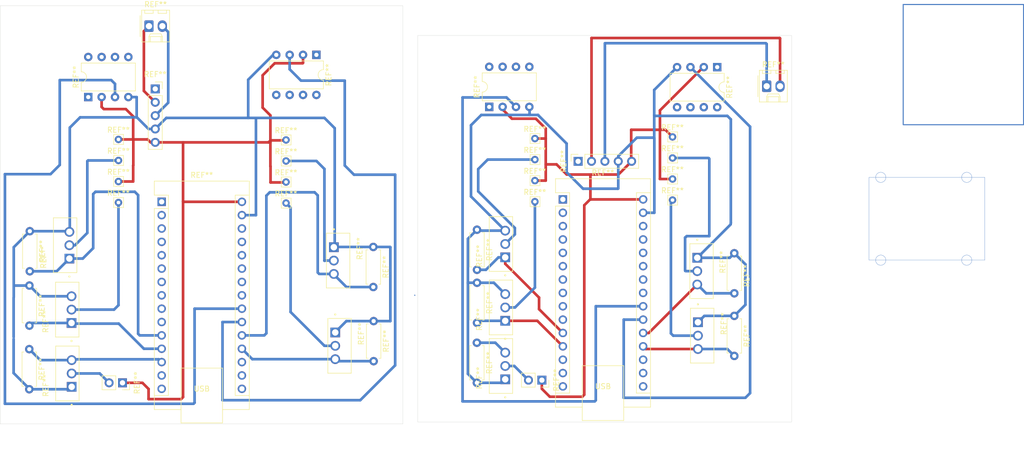
<source format=kicad_pcb>
(kicad_pcb (version 20240108) (generator "pcbnew") (generator_version "8.0")
  (layers (0 "F.Cu" signal) (31 "B.Cu" signal) (34 "B.Paste" user) (35 "F.Paste" user) (36 "B.SilkS" user "B.Silkscreen") (37 "F.SilkS" user "F.Silkscreen") (38 "B.Mask" user) (39 "F.Mask" user) (44 "Edge.Cuts" user))
  (net 0 "")
  (footprint "footprints:TO254P1041X444X1930-3" (layer "F.Cu") (at 123.5047 77.978 -90)
    (property "Reference" "REF**")
    (property "Value" "TO254P1041X444X1930-3")
  )
  (footprint "Connector_Pin:Pin_D0.7mm_L6.5mm_W1.8mm_FlatFork" (layer "F.Cu") (at 160.8824 62.7746 180)
    (property "Reference" "REF**")
    (property "Value" "Pin_D0.7mm_L6.5mm_W1.8mm_FlatFork")
  )
  (footprint "footprints:TO254P1041X444X1930-3" (layer "F.Cu") (at 154.4336 86.8914 90)
    (property "Reference" "REF**")
    (property "Value" "TO254P1041X444X1930-3")
  )
  (footprint "Resistor_THT:R_Axial_DIN0207_L6.3mm_D2.5mm_P7.62mm_Horizontal" (layer "F.Cu") (at 130.1877 75.3872 -90)
    (property "Reference" "REF**")
    (property "Value" "R_Axial_DIN0207_L6.3mm_D2.5mm_P7.62mm_Horizontal")
  )
  (footprint "footprints:TO254P1041X444X1930-3" (layer "F.Cu") (at 192.528 79.9826 -90)
    (property "Reference" "REF**")
    (property "Value" "TO254P1041X444X1930-3")
  )
  (footprint "Connector_Pin:Pin_D0.7mm_L6.5mm_W1.8mm_FlatFork" (layer "F.Cu") (at 113.6142 55.0428 180)
    (property "Reference" "REF**")
    (property "Value" "Pin_D0.7mm_L6.5mm_W1.8mm_FlatFork")
  )
  (footprint "Resistor_THT:R_Axial_DIN0207_L6.3mm_D2.5mm_P7.62mm_Horizontal" (layer "F.Cu") (at 64.9478 72.39 -90)
    (property "Reference" "REF**")
    (property "Value" "R_Axial_DIN0207_L6.3mm_D2.5mm_P7.62mm_Horizontal")
  )
  (footprint "Module:Arduino_Nano" (layer "F.Cu") (at 89.9922 66.802)
    (property "Reference" "REF**")
    (property "Value" "Arduino_Nano")
  )
  (footprint "Resistor_THT:R_Axial_DIN0207_L6.3mm_D2.5mm_P7.62mm_Horizontal" (layer "F.Cu") (at 149.8842 82.1924 -90)
    (property "Reference" "REF**")
    (property "Value" "R_Axial_DIN0207_L6.3mm_D2.5mm_P7.62mm_Horizontal")
  )
  (footprint "footprints:TO254P1041X444X1930-3" (layer "F.Cu") (at 154.4336 74.8264 90)
    (property "Reference" "REF**")
    (property "Value" "TO254P1041X444X1930-3")
  )
  (footprint "Connector_PinSocket_2.54mm:PinSocket_1x02_P2.54mm_Vertical" (layer "F.Cu") (at 82.55 101.219 -90)
    (property "Reference" "REF**")
    (property "Value" "PinSocket_1x02_P2.54mm_Vertical")
  )
  (footprint "footprints:TO254P1041X444X1930-3" (layer "F.Cu") (at 71.6562 75.057 90)
    (property "Reference" "REF**")
    (property "Value" "TO254P1041X444X1930-3")
  )
  (footprint "Resistor_THT:R_Axial_DIN0207_L6.3mm_D2.5mm_P7.62mm_Horizontal" (layer "F.Cu") (at 130.2512 89.4842 -90)
    (property "Reference" "REF**")
    (property "Value" "R_Axial_DIN0207_L6.3mm_D2.5mm_P7.62mm_Horizontal")
  )
  (footprint "Connector_Pin:Pin_D0.7mm_L6.5mm_W1.8mm_FlatFork" (layer "F.Cu") (at 160.8824 54.7746 180)
    (property "Reference" "REF**")
    (property "Value" "Pin_D0.7mm_L6.5mm_W1.8mm_FlatFork")
  )
  (footprint "Connector_Pin:Pin_D0.7mm_L6.5mm_W1.8mm_FlatFork" (layer "F.Cu") (at 81.788 54.9412 180)
    (property "Reference" "REF**")
    (property "Value" "Pin_D0.7mm_L6.5mm_W1.8mm_FlatFork")
  )
  (footprint "Connector_Pin:Pin_D0.7mm_L6.5mm_W1.8mm_FlatFork" (layer "F.Cu") (at 187.019 58.4698 180)
    (property "Reference" "REF**")
    (property "Value" "Pin_D0.7mm_L6.5mm_W1.8mm_FlatFork")
  )
  (footprint "Resistor_THT:R_Axial_DIN0207_L6.3mm_D2.5mm_P7.62mm_Horizontal" (layer "F.Cu") (at 149.8588 93.597 -90)
    (property "Reference" "REF**")
    (property "Value" "R_Axial_DIN0207_L6.3mm_D2.5mm_P7.62mm_Horizontal")
  )
  (footprint "Connector_Pin:Pin_D0.7mm_L6.5mm_W1.8mm_FlatFork" (layer "F.Cu") (at 187.019 62.4698 180)
    (property "Reference" "REF**")
    (property "Value" "Pin_D0.7mm_L6.5mm_W1.8mm_FlatFork")
  )
  (footprint "Connector_Pin:Pin_D0.7mm_L6.5mm_W1.8mm_FlatFork" (layer "F.Cu") (at 160.8824 58.7746 180)
    (property "Reference" "REF**")
    (property "Value" "Pin_D0.7mm_L6.5mm_W1.8mm_FlatFork")
  )
  (footprint "footprints:TO254P1041X444X1930-3" (layer "F.Cu") (at 72.0626 87.2998 90)
    (property "Reference" "REF**")
    (property "Value" "TO254P1041X444X1930-3")
  )
  (footprint "footprints:TO254P1041X444X1930-3" (layer "F.Cu") (at 72.088 99.441 90)
    (property "Reference" "REF**")
    (property "Value" "TO254P1041X444X1930-3")
  )
  (footprint "Connector_PinSocket_2.54mm:PinSocket_1x02_P2.54mm_Vertical" (layer "F.Cu") (at 162.2032 100.709 -90)
    (property "Reference" "REF**")
    (property "Value" "PinSocket_1x02_P2.54mm_Vertical")
  )
  (footprint "Connector_Pin:Pin_D0.7mm_L6.5mm_W1.8mm_FlatFork" (layer "F.Cu") (at 113.6142 63.0428 180)
    (property "Reference" "REF**")
    (property "Value" "Pin_D0.7mm_L6.5mm_W1.8mm_FlatFork")
  )
  (footprint "footprints:TO254P1041X444X1930-3" (layer "F.Cu") (at 154.4336 98.0166 90)
    (property "Reference" "REF**")
    (property "Value" "TO254P1041X444X1930-3")
  )
  (footprint "Module:Arduino_Nano" (layer "F.Cu") (at 166.1934 66.3448)
    (property "Reference" "REF**")
    (property "Value" "Arduino_Nano")
  )
  (footprint "Package_DIP:DIP-8_W7.62mm" (layer "F.Cu") (at 195.5026 41.1968 -90)
    (property "Reference" "REF**")
    (property "Value" "DIP-8_W7.62mm")
  )
  (footprint "footprints:TO254P1041X444X1930-3" (layer "F.Cu") (at 192.655 92.2508 -90)
    (property "Reference" "REF**")
    (property "Value" "TO254P1041X444X1930-3")
  )
  (footprint "Resistor_THT:R_Axial_DIN0207_L6.3mm_D2.5mm_P7.62mm_Horizontal" (layer "F.Cu") (at 64.8716 82.7278 -90)
    (property "Reference" "REF**")
    (property "Value" "R_Axial_DIN0207_L6.3mm_D2.5mm_P7.62mm_Horizontal")
  )
  (footprint "Package_DIP:DIP-8_W7.62mm" (layer "F.Cu") (at 152.2056 48.756 90)
    (property "Reference" "REF**")
    (property "Value" "DIP-8_W7.62mm")
  )
  (footprint "Package_DIP:DIP-8_W7.62mm" (layer "F.Cu") (at 119.38 38.862 -90)
    (property "Reference" "REF**")
    (property "Value" "DIP-8_W7.62mm")
  )
  (footprint "Resistor_THT:R_Axial_DIN0207_L6.3mm_D2.5mm_P7.62mm_Horizontal" (layer "F.Cu") (at 198.7538 88.4916 -90)
    (property "Reference" "REF**")
    (property "Value" "R_Axial_DIN0207_L6.3mm_D2.5mm_P7.62mm_Horizontal")
  )
  (footprint "Connector_Pin:Pin_D0.7mm_L6.5mm_W1.8mm_FlatFork" (layer "F.Cu") (at 113.6142 59.0428 180)
    (property "Reference" "REF**")
    (property "Value" "Pin_D0.7mm_L6.5mm_W1.8mm_FlatFork")
  )
  (footprint "Connector_Molex:Molex_KK-254_AE-6410-02A_1x02_P2.54mm_Vertical" (layer "F.Cu") (at 87.5792 33.401)
    (property "Reference" "REF**")
    (property "Value" "Molex_KK-254_AE-6410-02A_1x02_P2.54mm_Vertical")
  )
  (footprint "Connector_PinSocket_2.54mm:PinSocket_1x05_P2.54mm_Vertical" (layer "F.Cu") (at 88.773 45.339)
    (property "Reference" "REF**")
    (property "Value" "PinSocket_1x05_P2.54mm_Vertical" (hide yes))
  )
  (footprint "Connector_Pin:Pin_D0.7mm_L6.5mm_W1.8mm_FlatFork" (layer "F.Cu") (at 81.788 66.9412 180)
    (property "Reference" "REF**")
    (property "Value" "Pin_D0.7mm_L6.5mm_W1.8mm_FlatFork")
  )
  (footprint "Connector_Pin:Pin_D0.7mm_L6.5mm_W1.8mm_FlatFork" (layer "F.Cu") (at 113.6142 67.0428 180)
    (property "Reference" "REF**")
    (property "Value" "Pin_D0.7mm_L6.5mm_W1.8mm_FlatFork")
  )
  (footprint "Connector_Pin:Pin_D0.7mm_L6.5mm_W1.8mm_FlatFork" (layer "F.Cu") (at 81.788 62.9412 180)
    (property "Reference" "REF**")
    (property "Value" "Pin_D0.7mm_L6.5mm_W1.8mm_FlatFork")
  )
  (footprint "Resistor_THT:R_Axial_DIN0207_L6.3mm_D2.5mm_P7.62mm_Horizontal" (layer "F.Cu") (at 149.8842 72.1086 -90)
    (property "Reference" "REF**")
    (property "Value" "R_Axial_DIN0207_L6.3mm_D2.5mm_P7.62mm_Horizontal")
  )
  (footprint "Connector_PinSocket_2.54mm:PinSocket_1x05_P2.54mm_Vertical" (layer "F.Cu") (at 169.0912 59.1042 90)
    (property "Reference" "REF**")
    (property "Value" "PinSocket_1x05_P2.54mm_Vertical" (hide yes))
  )
  (footprint "Resistor_THT:R_Axial_DIN0207_L6.3mm_D2.5mm_P7.62mm_Horizontal" (layer "F.Cu") (at 64.8462 94.8182 -90)
    (property "Reference" "REF**")
    (property "Value" "R_Axial_DIN0207_L6.3mm_D2.5mm_P7.62mm_Horizontal")
  )
  (footprint "Connector_Pin:Pin_D0.7mm_L6.5mm_W1.8mm_FlatFork" (layer "F.Cu") (at 81.788 58.9412 180)
    (property "Reference" "REF**")
    (property "Value" "Pin_D0.7mm_L6.5mm_W1.8mm_FlatFork")
  )
  (footprint "Connector_Pin:Pin_D0.7mm_L6.5mm_W1.8mm_FlatFork" (layer "F.Cu") (at 187.019 66.4698 180)
    (property "Reference" "REF**")
    (property "Value" "Pin_D0.7mm_L6.5mm_W1.8mm_FlatFork")
  )
  (footprint "Package_DIP:DIP-8_W7.62mm" (layer "F.Cu") (at 76.0476 46.8884 90)
    (property "Reference" "REF**")
    (property "Value" "DIP-8_W7.62mm")
  )
  (footprint "Connector_Pin:Pin_D0.7mm_L6.5mm_W1.8mm_FlatFork" (layer "F.Cu") (at 187.019 54.4698 180)
    (property "Reference" "REF**")
    (property "Value" "Pin_D0.7mm_L6.5mm_W1.8mm_FlatFork")
  )
  (footprint "Connector_Molex:Molex_KK-254_AE-6410-02A_1x02_P2.54mm_Vertical" (layer "F.Cu") (at 204.9006 44.829)
    (property "Reference" "REF**")
    (property "Value" "Molex_KK-254_AE-6410-02A_1x02_P2.54mm_Vertical")
  )
  (footprint "Resistor_THT:R_Axial_DIN0207_L6.3mm_D2.5mm_P7.62mm_Horizontal" (layer "F.Cu") (at 198.7538 76.579 -90)
    (property "Reference" "REF**")
    (property "Value" "R_Axial_DIN0207_L6.3mm_D2.5mm_P7.62mm_Horizontal")
  )
  (footprint "Connector_Pin:Pin_D0.7mm_L6.5mm_W1.8mm_FlatFork" (layer "F.Cu") (at 160.8824 66.7746 180)
    (property "Reference" "REF**")
    (property "Value" "Pin_D0.7mm_L6.5mm_W1.8mm_FlatFork")
  )
  (footprint "footprints:TO254P1041X444X1930-3" (layer "F.Cu") (at 123.7714 94.1832 -90)
    (property "Reference" "REF**")
    (property "Value" "TO254P1041X444X1930-3")
  )
  (gr_rect (start 230.8352 29.2862) (end 253.6952 52.1462) (stroke (width 0.2)) (fill none) (layer "B.Cu"))
  (gr_rect (start 224.3328 62.1538) (end 246.3328 77.8938) (stroke (width 0.05)) (fill none) (layer "B.Cu"))
  (gr_circle (center 242.9002 77.9018) (end 241.9302 77.9018) (stroke (width 0.05)) (fill none) (layer "B.Cu"))
  (gr_circle (center 226.568 62.1538) (end 225.598 62.1538) (stroke (width 0.05)) (fill none) (layer "B.Cu"))
  (gr_circle (center 226.568 77.9018) (end 225.598 77.9018) (stroke (width 0.05)) (fill none) (layer "B.Cu"))
  (gr_circle (center 242.9002 62.1538) (end 241.9302 62.1538) (stroke (width 0.05)) (fill none) (layer "B.Cu"))
  (gr_rect (start 138.632 35.178) (end 209.632 108.678) (stroke (width 0.05)) (fill none) (layer "Edge.Cuts"))
  (gr_rect (start 59.3114 29.5402) (end 135.8114 109.0402) (stroke (width 0.05)) (fill none) (layer "Edge.Cuts"))
  (segment (start 81.788 62.9412) (end 84.582 62.9412) (width 0.5) (layer "F.Cu") (net 0))
  (segment (start 116.84 40.386) (end 116.84 38.862) (width 0.5) (layer "F.Cu") (net 0))
  (segment (start 93.6752 104.3178) (end 94.0562 103.9368) (width 0.5) (layer "F.Cu") (net 0))
  (segment (start 86.335 101.219) (end 87.503 102.387) (width 0.5) (layer "F.Cu") (net 0))
  (segment (start 207.4406 35.7358) (end 207.4406 44.829) (width 0.5) (layer "F.Cu") (net 0))
  (segment (start 154.7888 48.3108) (end 155.1952 48.7172) (width 0.5) (layer "F.Cu") (net 0))
  (segment (start 110.6678 63.119) (end 113.4618 63.119) (width 0.5) (layer "F.Cu") (net 0))
  (segment (start 78.5876 46.8884) (end 78.5876 48.768) (width 0.5) (layer "F.Cu") (net 0))
  (segment (start 154.7456 49.2332) (end 154.7456 48.756) (width 0.5) (layer "F.Cu") (net 0))
  (segment (start 109.1692 42.7482) (end 111.4552 40.4622) (width 0.5) (layer "F.Cu") (net 0))
  (segment (start 110.617 55.499) (end 110.6424 55.4736) (width 0.5) (layer "F.Cu") (net 0))
  (segment (start 86.614 34.3662) (end 87.5792 33.401) (width 0.5) (layer "F.Cu") (net 0))
  (segment (start 161.6698 87.2212) (end 166.1934 91.7448) (width 0.5) (layer "F.Cu") (net 0))
  (segment (start 162.9398 59.688) (end 162.9398 62.7746) (width 0.5) (layer "F.Cu") (net 0))
  (segment (start 162.9398 59.688) (end 164.9972 59.688) (width 0.5) (layer "F.Cu") (net 0))
  (segment (start 182.4958 91.7448) (end 181.4334 91.7448) (width 0.5) (layer "F.Cu") (net 0))
  (segment (start 87.3252 54.9402) (end 87.884 55.499) (width 0.5) (layer "F.Cu") (net 0))
  (segment (start 110.6424 50.3682) (end 109.1692 48.895) (width 0.5) (layer "F.Cu") (net 0))
  (segment (start 191.718 82.5226) (end 182.4958 91.7448) (width 0.5) (layer "F.Cu") (net 0))
  (segment (start 169.8764 103.8606) (end 170.2574 103.4796) (width 0.5) (layer "F.Cu") (net 0))
  (segment (start 171.6312 35.6596) (end 207.3644 35.6596) (width 0.5) (layer "F.Cu") (net 0))
  (segment (start 191.339 94.2848) (end 191.845 94.7908) (width 0.5) (layer "F.Cu") (net 0))
  (segment (start 87.503 104.3178) (end 93.6752 104.3178) (width 0.5) (layer "F.Cu") (net 0))
  (segment (start 111.4552 40.4622) (end 116.7638 40.4622) (width 0.5) (layer "F.Cu") (net 0))
  (segment (start 110.6424 60.0456) (end 110.6424 50.3682) (width 0.5) (layer "F.Cu") (net 0))
  (segment (start 185.6586 53.1094) (end 184.6314 53.1094) (width 0.5) (layer "F.Cu") (net 0))
  (segment (start 105.2322 66.802) (end 94.1324 66.802) (width 0.5) (layer "F.Cu") (net 0))
  (segment (start 113.4618 55.119) (end 110.6688 55.119) (width 0.5) (layer "F.Cu") (net 0))
  (segment (start 162.2032 102.3596) (end 162.2032 100.709) (width 0.5) (layer "F.Cu") (net 0))
  (segment (start 181.4334 66.3448) (end 171.4762 66.3448) (width 0.5) (layer "F.Cu") (net 0))
  (segment (start 184.6446 62.4698) (end 184.6314 62.4566) (width 0.5) (layer "F.Cu") (net 0))
  (segment (start 184.6314 62.4566) (end 184.6314 53.1094) (width 0.5) (layer "F.Cu") (net 0))
  (segment (start 166.9276 61.6184) (end 176.737 61.6184) (width 0.5) (layer "F.Cu") (net 0))
  (segment (start 171.4762 66.3448) (end 171.4234 66.292) (width 0.5) (layer "F.Cu") (net 0))
  (segment (start 187.019 54.4698) (end 185.6586 53.1094) (width 0.5) (layer "F.Cu") (net 0))
  (segment (start 207.3644 35.6596) (end 207.4406 35.7358) (width 0.5) (layer "F.Cu") (net 0))
  (segment (start 163.7042 103.8606) (end 169.8764 103.8606) (width 0.5) (layer "F.Cu") (net 0))
  (segment (start 84.581 54.9412) (end 84.6074 54.9676) (width 0.5) (layer "F.Cu") (net 0))
  (segment (start 163.7042 103.8606) (end 162.2032 102.3596) (width 0.5) (layer "F.Cu") (net 0))
  (segment (start 82.55 101.219) (end 86.335 101.219) (width 0.5) (layer "F.Cu") (net 0))
  (segment (start 162.9398 52.8808) (end 161.0602 51.0012) (width 0.5) (layer "F.Cu") (net 0))
  (segment (start 87.884 55.499) (end 110.2888 55.499) (width 0.5) (layer "F.Cu") (net 0))
  (segment (start 160.8824 54.7746) (end 162.9398 54.7746) (width 0.5) (layer "F.Cu") (net 0))
  (segment (start 83.185 49.1744) (end 84.581 50.5704) (width 0.5) (layer "F.Cu") (net 0))
  (segment (start 171.6312 59.1042) (end 171.6312 35.6596) (width 0.5) (layer "F.Cu") (net 0))
  (segment (start 162.9398 54.7746) (end 162.9398 59.688) (width 0.5) (layer "F.Cu") (net 0))
  (segment (start 187.019 62.4698) (end 184.6446 62.4698) (width 0.5) (layer "F.Cu") (net 0))
  (segment (start 171.6312 58.702) (end 171.6312 59.1042) (width 0.5) (layer "F.Cu") (net 0))
  (segment (start 78.5876 48.768) (end 78.994 49.1744) (width 0.5) (layer "F.Cu") (net 0))
  (segment (start 184.6314 53.1094) (end 179.1704 53.1094) (width 0.5) (layer "F.Cu") (net 0))
  (segment (start 162.9398 62.7746) (end 160.8824 62.7746) (width 0.5) (layer "F.Cu") (net 0))
  (segment (start 161.34 89.4314) (end 166.1934 94.2848) (width 0.5) (layer "F.Cu") (net 0))
  (segment (start 81.788 54.9412) (end 87.3242 54.9412) (width 0.5) (layer "F.Cu") (net 0))
  (segment (start 164.9972 59.688) (end 166.9276 61.6184) (width 0.5) (layer "F.Cu") (net 0))
  (segment (start 94.1324 66.802) (end 94.0562 66.7258) (width 0.5) (layer "F.Cu") (net 0))
  (segment (start 187.019 54.4698) (end 186.7142 54.165) (width 0.5) (layer "F.Cu") (net 0))
  (segment (start 109.1692 48.895) (end 109.1692 42.7482) (width 0.5) (layer "F.Cu") (net 0))
  (segment (start 176.737 61.6184) (end 179.2512 59.1042) (width 0.5) (layer "F.Cu") (net 0))
  (segment (start 162.9398 54.7746) (end 162.9398 52.8808) (width 0.5) (layer "F.Cu") (net 0))
  (segment (start 161.0602 51.0012) (end 156.5136 51.0012) (width 0.5) (layer "F.Cu") (net 0))
  (segment (start 179.1704 59.0234) (end 179.2512 59.1042) (width 0.5) (layer "F.Cu") (net 0))
  (segment (start 184.6314 53.1094) (end 184.6314 49.4264) (width 0.5) (layer "F.Cu") (net 0))
  (segment (start 161.6698 85.0118) (end 161.6698 87.2212) (width 0.5) (layer "F.Cu") (net 0))
  (segment (start 87.3242 54.9412) (end 87.3252 54.9402) (width 0.5) (layer "F.Cu") (net 0))
  (segment (start 110.6688 55.119) (end 110.2888 55.499) (width 0.5) (layer "F.Cu") (net 0))
  (segment (start 171.4234 66.292) (end 171.4234 61.6184) (width 0.5) (layer "F.Cu") (net 0))
  (segment (start 170.2574 103.4796) (end 170.2574 67.458) (width 0.5) (layer "F.Cu") (net 0))
  (segment (start 87.503 102.387) (end 87.503 104.3178) (width 0.5) (layer "F.Cu") (net 0))
  (segment (start 184.6314 49.4264) (end 192.861 41.1968) (width 0.5) (layer "F.Cu") (net 0))
  (segment (start 170.2574 67.458) (end 171.4234 66.292) (width 0.5) (layer "F.Cu") (net 0))
  (segment (start 84.6074 59.8678) (end 84.582 59.8932) (width 0.5) (layer "F.Cu") (net 0))
  (segment (start 94.0562 103.9368) (end 94.0562 55.5244) (width 0.5) (layer "F.Cu") (net 0))
  (segment (start 155.2436 77.3664) (end 155.2436 78.5856) (width 0.5) (layer "F.Cu") (net 0))
  (segment (start 84.582 59.8932) (end 84.582 62.9412) (width 0.5) (layer "F.Cu") (net 0))
  (segment (start 116.7638 40.4622) (end 116.84 40.386) (width 0.5) (layer "F.Cu") (net 0))
  (segment (start 191.845 94.7908) (end 181.9394 94.7908) (width 0.5) (layer "F.Cu") (net 0))
  (segment (start 86.614 45.72) (end 86.614 34.3662) (width 0.5) (layer "F.Cu") (net 0))
  (segment (start 155.2436 78.5856) (end 161.6698 85.0118) (width 0.5) (layer "F.Cu") (net 0))
  (segment (start 78.994 49.1744) (end 83.185 49.1744) (width 0.5) (layer "F.Cu") (net 0))
  (segment (start 155.2436 89.4314) (end 161.34 89.4314) (width 0.5) (layer "F.Cu") (net 0))
  (segment (start 110.6678 60.071) (end 110.6678 63.119) (width 0.5) (layer "F.Cu") (net 0))
  (segment (start 84.6074 54.9676) (end 84.6074 59.8678) (width 0.5) (layer "F.Cu") (net 0))
  (segment (start 181.9394 94.7908) (end 181.4334 94.2848) (width 0.5) (layer "F.Cu") (net 0))
  (segment (start 179.1704 53.1094) (end 179.1704 59.0234) (width 0.5) (layer "F.Cu") (net 0))
  (segment (start 88.773 47.879) (end 86.614 45.72) (width 0.5) (layer "F.Cu") (net 0))
  (segment (start 84.581 50.5704) (end 84.581 54.9412) (width 0.5) (layer "F.Cu") (net 0))
  (segment (start 160.7822 54.484) (end 160.8086 54.5104) (width 0.5) (layer "F.Cu") (net 0))
  (segment (start 156.5136 51.0012) (end 154.7456 49.2332) (width 0.5) (layer "F.Cu") (net 0))
  (segment (start 192.861 41.1968) (end 192.9626 41.1968) (width 0.5) (layer "F.Cu") (net 0))
  (segment (start 153.0846 82.1924) (end 155.2436 84.3514) (width 0.5) (layer "B.Cu") (net 0))
  (segment (start 191.718 77.4426) (end 198.068 71.0926) (width 0.5) (layer "B.Cu") (net 0))
  (segment (start 64.8462 102.4382) (end 72.4408 102.4382) (width 0.5) (layer "B.Cu") (net 0))
  (segment (start 81.8388 89.9668) (end 86.614 94.742) (width 0.5) (layer "B.Cu") (net 0))
  (segment (start 191.845 94.7908) (end 197.433 94.7908) (width 0.5) (layer "B.Cu") (net 0))
  (segment (start 96.0374 105.2068) (end 96.2406 105.0036) (width 0.5) (layer "B.Cu") (net 0))
  (segment (start 106.426 43.5864) (end 106.426 50.8508) (width 0.5) (layer "B.Cu") (net 0))
  (segment (start 125.0823 83.0072) (end 130.1877 83.0072) (width 0.5) (layer "B.Cu") (net 0))
  (segment (start 89.4588 96.7486) (end 73.0504 96.7486) (width 0.5) (layer "B.Cu") (net 0))
  (segment (start 180.2372 54.608) (end 183.5416 54.608) (width 0.5) (layer "B.Cu") (net 0))
  (segment (start 72.0852 72.517) (end 71.9582 72.39) (width 0.5) (layer "B.Cu") (net 0))
  (segment (start 75.8698 59.0804) (end 76.009 58.9412) (width 0.5) (layer "B.Cu") (net 0))
  (segment (start 198.7538 84.199) (end 193.3944 84.199) (width 0.5) (layer "B.Cu") (net 0))
  (segment (start 133.4262 75.438) (end 133.4262 89.4842) (width 0.5) (layer "B.Cu") (net 0))
  (segment (start 204.7482 36.6502) (end 204.9006 36.8026) (width 0.5) (layer "B.Cu") (net 0))
  (segment (start 72.4662 77.597) (end 70.0532 80.01) (width 0.5) (layer "B.Cu") (net 0))
  (segment (start 96.2406 105.0036) (end 96.2406 87.122) (width 0.5) (layer "B.Cu") (net 0))
  (segment (start 148.157 99.5152) (end 149.8588 101.217) (width 0.5) (layer "B.Cu") (net 0))
  (segment (start 90.8812 50.8508) (end 120.904 50.8508) (width 0.5) (layer "B.Cu") (net 0))
  (segment (start 150.1128 64.8188) (end 150.1128 60.5814) (width 0.5) (layer "B.Cu") (net 0))
  (segment (start 101.5492 104.521) (end 127.7112 104.521) (width 0.5) (layer "B.Cu") (net 0))
  (segment (start 68.8848 61.5442) (end 60.2234 61.5442) (width 0.5) (layer "B.Cu") (net 0))
  (segment (start 73.533 75.057) (end 75.8698 72.7202) (width 0.5) (layer "B.Cu") (net 0))
  (segment (start 78.232 99.441) (end 80.01 101.219) (width 0.5) (layer "B.Cu") (net 0))
  (segment (start 172.4418 86.6648) (end 172.4418 104.5464) (width 0.5) (layer "B.Cu") (net 0))
  (segment (start 122.8217 75.3872) (end 133.3754 75.3872) (width 0.5) (layer "B.Cu") (net 0))
  (segment (start 124.7648 43.7642) (end 116.459 43.7642) (width 0.5) (layer "B.Cu") (net 0))
  (segment (start 159.8256 50.2512) (end 159.8664 50.292) (width 0.2) (layer "B.Cu") (net 0))
  (segment (start 154.5832 101.217) (end 155.2436 100.5566) (width 0.5) (layer "B.Cu") (net 0))
  (segment (start 200.862 78.6872) (end 200.862 86.3834) (width 0.5) (layer "B.Cu") (net 0))
  (segment (start 153.9482 77.3664) (end 151.586 79.7286) (width 0.5) (layer "B.Cu") (net 0))
  (segment (start 86.614 94.742) (end 89.9922 94.742) (width 0.5) (layer "B.Cu") (net 0))
  (segment (start 174.192 36.6502) (end 204.7482 36.6502) (width 0.5) (layer "B.Cu") (net 0))
  (segment (start 191.845 92.2508) (end 187.146 92.2508) (width 0.5) (layer "B.Cu") (net 0))
  (segment (start 76.009 58.9412) (end 81.788 58.9412) (width 0.5) (layer "B.Cu") (net 0))
  (segment (start 120.904 78.0034) (end 120.9294 77.978) (width 0.5) (layer "B.Cu") (net 0))
  (segment (start 85.2424 50.6984) (end 87.503 52.959) (width 0.5) (layer "B.Cu") (net 0))
  (segment (start 120.904 50.8508) (end 122.8598 52.8066) (width 0.5) (layer "B.Cu") (net 0))
  (segment (start 191.718 79.9826) (end 189.4828 79.9826) (width 0.5) (layer "B.Cu") (net 0))
  (segment (start 198.068 70.864) (end 198.0934 70.8386) (width 0.5) (layer "B.Cu") (net 0))
  (segment (start 194.004 58.5978) (end 193.876 58.4698) (width 0.2) (layer "B.Cu") (net 0))
  (segment (start 81.788 86.4616) (end 81.788 66.9412) (width 0.5) (layer "B.Cu") (net 0))
  (segment (start 91.2368 34.5186) (end 90.1192 33.401) (width 0.5) (layer "B.Cu") (net 0))
  (segment (start 153.364 93.597) (end 155.2436 95.4766) (width 0.5) (layer "B.Cu") (net 0))
  (segment (start 147.141 46.9626) (end 155.4922 46.9626) (width 0.5) (layer "B.Cu") (net 0))
  (segment (start 198.7538 88.4916) (end 193.0642 88.4916) (width 0.5) (layer "B.Cu") (net 0))
  (segment (start 198.0934 51.1282) (end 197.433 50.4678) (width 0.5) (layer "B.Cu") (net 0))
  (segment (start 105.2322 89.662) (end 101.5492 89.662) (width 0.5) (layer "B.Cu") (net 0))
  (segment (start 148.157 82.2178) (end 148.157 99.5152) (width 0.5) (layer "B.Cu") (net 0))
  (segment (start 181.4334 86.6648) (end 172.4418 86.6648) (width 0.5) (layer "B.Cu") (net 0))
  (segment (start 72.8726 84.7598) (end 66.9036 84.7598) (width 0.5) (layer "B.Cu") (net 0))
  (segment (start 111.1504 38.862) (end 106.426 43.5864) (width 0.5) (layer "B.Cu") (net 0))
  (segment (start 150.2652 89.4314) (end 149.8842 89.8124) (width 0.5) (layer "B.Cu") (net 0))
  (segment (start 134.3406 97.8916) (end 134.3406 61.6458) (width 0.5) (layer "B.Cu") (net 0))
  (segment (start 65.3796 89.8398) (end 64.8716 90.3478) (width 0.5) (layer "B.Cu") (net 0))
  (segment (start 88.773 50.419) (end 91.2368 47.9552) (width 0.5) (layer "B.Cu") (net 0))
  (segment (start 174.1712 59.1042) (end 174.1712 36.671) (width 0.5) (layer "B.Cu") (net 0))
  (segment (start 105.2322 94.742) (end 107.2134 96.7232) (width 0.5) (layer "B.Cu") (net 0))
  (segment (start 119.634 80.2386) (end 119.9134 80.518) (width 0.5) (layer "B.Cu") (net 0))
  (segment (start 123.444 97.1042) (end 122.9868 96.647) (width 0.5) (layer "B.Cu") (net 0))
  (segment (start 159.8664 50.292) (end 161.4944 50.292) (width 0.5) (layer "B.Cu") (net 0))
  (segment (start 149.8588 93.597) (end 153.364 93.597) (width 0.5) (layer "B.Cu") (net 0))
  (segment (start 151.586 79.7286) (end 149.8842 79.7286) (width 0.5) (layer "B.Cu") (net 0))
  (segment (start 149.8842 72.1086) (end 148.157 73.8358) (width 0.5) (layer "B.Cu") (net 0))
  (segment (start 193.0642 88.4916) (end 191.845 89.7108) (width 0.5) (layer "B.Cu") (net 0))
  (segment (start 72.8726 87.2998) (end 80.9498 87.2998) (width 0.5) (layer "B.Cu") (net 0))
  (segment (start 177.7504 89.2048) (end 177.7504 104.0638) (width 0.5) (layer "B.Cu") (net 0))
  (segment (start 201.751 52.5252) (end 190.4226 41.1968) (width 0.5) (layer "B.Cu") (net 0))
  (segment (start 166.9022 61.1874) (end 170.0256 64.3108) (width 0.5) (layer "B.Cu") (net 0))
  (segment (start 148.1824 82.1924) (end 148.157 82.2178) (width 0.5) (layer "B.Cu") (net 0))
  (segment (start 83.6676 46.8884) (end 85.2424 46.8884) (width 0.5) (layer "B.Cu") (net 0))
  (segment (start 183.5416 45.5378) (end 183.5416 54.6588) (width 0.5) (layer "B.Cu") (net 0))
  (segment (start 198.0934 70.8386) (end 198.0934 51.1282) (width 0.5) (layer "B.Cu") (net 0))
  (segment (start 148.7436 52.2478) (end 150.6994 50.292) (width 0.5) (layer "B.Cu") (net 0))
  (segment (start 85.8266 92.202) (end 85.5218 91.8972) (width 0.5) (layer "B.Cu") (net 0))
  (segment (start 161.4944 50.292) (end 161.4944 50.3178) (width 0.5) (layer "B.Cu") (net 0))
  (segment (start 122.6693 80.5942) (end 125.0823 83.0072) (width 0.5) (layer "B.Cu") (net 0))
  (segment (start 120.9294 77.978) (end 122.6947 77.978) (width 0.5) (layer "B.Cu") (net 0))
  (segment (start 113.6142 59.0428) (end 119.3932 59.0428) (width 0.5) (layer "B.Cu") (net 0))
  (segment (start 72.8726 89.8398) (end 65.3796 89.8398) (width 0.5) (layer "B.Cu") (net 0))
  (segment (start 155.2436 72.2864) (end 150.062 72.2864) (width 0.5) (layer "B.Cu") (net 0))
  (segment (start 176.7112 64.2554) (end 176.7112 59.1042) (width 0.5) (layer "B.Cu") (net 0))
  (segment (start 76.9874 75.6158) (end 75.0062 77.597) (width 0.5) (layer "B.Cu") (net 0))
  (segment (start 111.76 38.862) (end 111.1504 38.862) (width 0.2) (layer "B.Cu") (net 0))
  (segment (start 70.6374 59.7916) (end 68.8848 61.5442) (width 0.5) (layer "B.Cu") (net 0))
  (segment (start 157.0724 71.7784) (end 150.1128 64.8188) (width 0.5) (layer "B.Cu") (net 0))
  (segment (start 172.2386 104.7496) (end 147.141 104.7496) (width 0.5) (layer "B.Cu") (net 0))
  (segment (start 133.3754 75.3872) (end 133.4262 75.438) (width 0.5) (layer "B.Cu") (net 0))
  (segment (start 72.9996 89.9668) (end 81.8388 89.9668) (width 0.5) (layer "B.Cu") (net 0))
  (segment (start 187.8826 41.1968) (end 183.5416 45.5378) (width 0.5) (layer "B.Cu") (net 0))
  (segment (start 84.8868 64.897) (end 77.4192 64.897) (width 0.5) (layer "B.Cu") (net 0))
  (segment (start 197.433 50.4678) (end 183.694 50.4678) (width 0.5) (layer "B.Cu") (net 0))
  (segment (start 110.5154 64.9986) (end 119.0498 64.9986) (width 0.5) (layer "B.Cu") (net 0))
  (segment (start 186.7142 91.819) (end 186.7142 66.7746) (width 0.5) (layer "B.Cu") (net 0))
  (segment (start 119.634 65.5828) (end 119.634 80.2386) (width 0.5) (layer "B.Cu") (net 0))
  (segment (start 124.7648 59.8932) (end 124.7648 43.7642) (width 0.5) (layer "B.Cu") (net 0))
  (segment (start 81.1276 44.3738) (end 80.4164 43.6626) (width 0.5) (layer "B.Cu") (net 0))
  (segment (start 166.9022 55.7256) (end 166.9022 61.1874) (width 0.5) (layer "B.Cu") (net 0))
  (segment (start 76.9874 65.3288) (end 76.9874 75.6158) (width 0.5) (layer "B.Cu") (net 0))
  (segment (start 72.4662 75.057) (end 73.533 75.057) (width 0.5) (layer "B.Cu") (net 0))
  (segment (start 81.1276 46.8884) (end 81.1276 44.3738) (width 0.5) (layer "B.Cu") (net 0))
  (segment (start 183.5646 68.8848) (end 181.4334 68.8848) (width 0.5) (layer "B.Cu") (net 0))
  (segment (start 127.7112 104.521) (end 134.3406 97.8916) (width 0.5) (layer "B.Cu") (net 0))
  (segment (start 116.459 43.7642) (end 114.3 41.6052) (width 0.5) (layer "B.Cu") (net 0))
  (segment (start 72.4662 72.517) (end 72.0852 72.517) (width 0.5) (layer "B.Cu") (net 0))
  (segment (start 150.062 72.2864) (end 149.8842 72.1086) (width 0.5) (layer "B.Cu") (net 0))
  (segment (start 151.9196 58.7746) (end 160.8824 58.7746) (width 0.5) (layer "B.Cu") (net 0))
  (segment (start 150.6994 50.292) (end 159.8664 50.292) (width 0.5) (layer "B.Cu") (net 0))
  (segment (start 193.3944 84.199) (end 191.718 82.5226) (width 0.5) (layer "B.Cu") (net 0))
  (segment (start 119.3932 59.0428) (end 120.904 60.5536) (width 0.5) (layer "B.Cu") (net 0))
  (segment (start 159.8664 50.292) (end 159.8664 48.7968) (width 0.5) (layer "B.Cu") (net 0))
  (segment (start 122.8598 75.2729) (end 122.6947 75.438) (width 0.5) (layer "B.Cu") (net 0))
  (segment (start 91.2368 47.9552) (end 91.2368 34.5186) (width 0.5) (layer "B.Cu") (net 0))
  (segment (start 72.898 99.441) (end 78.232 99.441) (width 0.5) (layer "B.Cu") (net 0))
  (segment (start 160.8824 83.1112) (end 160.8824 66.7746) (width 0.5) (layer "B.Cu") (net 0))
  (segment (start 61.8744 85.0392) (end 61.8744 92.5068) (width 0.5) (layer "B.Cu") (net 0))
  (segment (start 114.4778 67.9064) (end 114.4778 87.757) (width 0.5) (layer "B.Cu") (net 0))
  (segment (start 113.6142 67.0428) (end 114.4778 67.9064) (width 0.5) (layer "B.Cu") (net 0))
  (segment (start 155.2436 89.4314) (end 155.3706 89.5584) (width 0.5) (layer "B.Cu") (net 0))
  (segment (start 61.8744 92.8878) (end 61.8744 99.3648) (width 0.5) (layer "B.Cu") (net 0))
  (segment (start 183.5646 54.6818) (end 183.5646 68.8848) (width 0.5) (layer "B.Cu") (net 0))
  (segment (start 107.2134 96.7232) (end 122.9614 96.7232) (width 0.5) (layer "B.Cu") (net 0))
  (segment (start 61.8998 75.438) (end 61.8998 84.963) (width 0.5) (layer "B.Cu") (net 0))
  (segment (start 200.862 86.3834) (end 198.7538 88.4916) (width 0.5) (layer "B.Cu") (net 0))
  (segment (start 181.4334 89.2048) (end 177.7504 89.2048) (width 0.5) (layer "B.Cu") (net 0))
  (segment (start 148.7436 65.7864) (end 148.7436 52.2478) (width 0.5) (layer "B.Cu") (net 0))
  (segment (start 64.9478 72.39) (end 61.8998 75.438) (width 0.5) (layer "B.Cu") (net 0))
  (segment (start 70.0532 80.01) (end 64.9478 80.01) (width 0.5) (layer "B.Cu") (net 0))
  (segment (start 189.4066 73.6326) (end 189.7114 73.3278) (width 0.5) (layer "B.Cu") (net 0))
  (segment (start 114.3 41.6052) (end 114.3 38.862) (width 0.5) (layer "B.Cu") (net 0))
  (segment (start 85.5218 91.8972) (end 85.5218 65.532) (width 0.5) (layer "B.Cu") (net 0))
  (segment (start 72.5424 72.4408) (end 72.5424 52.705) (width 0.5) (layer "B.Cu") (net 0))
  (segment (start 70.6374 43.6626) (end 70.6374 59.7916) (width 0.5) (layer "B.Cu") (net 0))
  (segment (start 170.0256 64.3108) (end 176.6558 64.3108) (width 0.5) (layer "B.Cu") (net 0))
  (segment (start 197.8902 77.4426) (end 198.7538 76.579) (width 0.5) (layer "B.Cu") (net 0))
  (segment (start 191.718 77.4426) (end 197.8902 77.4426) (width 0.5) (layer "B.Cu") (net 0))
  (segment (start 60.2234 61.5442) (end 60.2234 105.2068) (width 0.5) (layer "B.Cu") (net 0))
  (segment (start 96.2406 87.122) (end 105.2322 87.122) (width 0.5) (layer "B.Cu") (net 0))
  (segment (start 75.0062 77.597) (end 72.4662 77.597) (width 0.5) (layer "B.Cu") (net 0))
  (segment (start 130.2512 97.1042) (end 123.444 97.1042) (width 0.5) (layer "B.Cu") (net 0))
  (segment (start 176.7112 58.134) (end 180.2372 54.608) (width 0.5) (layer "B.Cu") (net 0))
  (segment (start 88.773 52.959) (end 90.8812 50.8508) (width 0.5) (layer "B.Cu") (net 0))
  (segment (start 174.1712 36.671) (end 174.192 36.6502) (width 0.2) (layer "B.Cu") (net 0))
  (segment (start 189.4828 79.9826) (end 189.4066 79.9064) (width 0.2) (layer "B.Cu") (net 0))
  (segment (start 61.8744 92.5068) (end 62.0014 92.6338) (width 0.2) (layer "B.Cu") (net 0))
  (segment (start 157.0724 72.9976) (end 157.0724 71.7784) (width 0.5) (layer "B.Cu") (net 0))
  (segment (start 72.5424 52.705) (end 74.4982 50.7492) (width 0.5) (layer "B.Cu") (net 0))
  (segment (start 159.6632 100.709) (end 156.9708 98.0166) (width 0.5) (layer "B.Cu") (net 0))
  (segment (start 61.8744 92.5068) (end 61.8744 92.8878) (width 0.2) (layer "B.Cu") (net 0))
  (segment (start 198.7538 76.579) (end 200.862 78.6872) (width 0.5) (layer "B.Cu") (net 0))
  (segment (start 138.0502 84.5566) (end 138.0756 84.582) (width 0.2) (layer "B.Cu") (net 0))
  (segment (start 155.2436 74.8264) (end 157.0724 72.9976) (width 0.5) (layer "B.Cu") (net 0))
  (segment (start 194.004 73.3278) (end 194.004 58.5978) (width 0.5) (layer "B.Cu") (net 0))
  (segment (start 101.5492 89.662) (end 101.5492 104.521) (width 0.5) (layer "B.Cu") (net 0))
  (segment (start 193.876 58.4698) (end 186.7142 58.4698) (width 0.5) (layer "B.Cu") (net 0))
  (segment (start 159.8664 48.7968) (end 159.8256 48.756) (width 0.5) (layer "B.Cu") (net 0))
  (segment (start 72.8726 89.8398) (end 72.9996 89.9668) (width 0.5) (layer "B.Cu") (net 0))
  (segment (start 155.2436 89.4314) (end 150.2652 89.4314) (width 0.5) (layer "B.Cu") (net 0))
  (segment (start 64.8716 82.7278) (end 61.9506 82.7278) (width 0.5) (layer "B.Cu") (net 0))
  (segment (start 119.0498 64.9986) (end 119.634 65.5828) (width 0.5) (layer "B.Cu") (net 0))
  (segment (start 177.7504 104.0638) (end 200.862 104.0638) (width 0.5) (layer "B.Cu") (net 0))
  (segment (start 114.4778 87.757) (end 120.904 94.1832) (width 0.5) (layer "B.Cu") (net 0))
  (segment (start 109.8804 65.6336) (end 110.5154 64.9986) (width 0.5) (layer "B.Cu") (net 0))
  (segment (start 85.5218 65.532) (end 84.8868 64.897) (width 0.5) (layer "B.Cu") (net 0))
  (segment (start 80.4164 43.6626) (end 70.6374 43.6626) (width 0.5) (layer "B.Cu") (net 0))
  (segment (start 155.4922 46.9626) (end 157.2856 48.756) (width 0.5) (layer "B.Cu") (net 0))
  (segment (start 75.8698 72.7202) (end 75.8698 59.0804) (width 0.5) (layer "B.Cu") (net 0))
  (segment (start 134.3406 61.6458) (end 126.5174 61.6458) (width 0.5) (layer "B.Cu") (net 0))
  (segment (start 155.2436 77.3664) (end 153.9482 77.3664) (width 0.5) (layer "B.Cu") (net 0))
  (segment (start 74.4982 50.7492) (end 85.2932 50.7492) (width 0.5) (layer "B.Cu") (net 0))
  (segment (start 149.8588 101.217) (end 154.5832 101.217) (width 0.5) (layer "B.Cu") (net 0))
  (segment (start 197.433 94.7908) (end 198.7538 96.1116) (width 0.5) (layer "B.Cu") (net 0))
  (segment (start 201.751 103.1748) (end 201.751 52.5252) (width 0.5) (layer "B.Cu") (net 0))
  (segment (start 148.157 73.8358) (end 148.157 82.2178) (width 0.5) (layer "B.Cu") (net 0))
  (segment (start 77.4192 64.897) (end 76.9874 65.3288) (width 0.5) (layer "B.Cu") (net 0))
  (segment (start 72.4408 102.4382) (end 72.898 101.981) (width 0.5) (layer "B.Cu") (net 0))
  (segment (start 155.2436 86.8914) (end 157.1022 86.8914) (width 0.5) (layer "B.Cu") (net 0))
  (segment (start 120.904 60.5536) (end 120.904 78.0034) (width 0.5) (layer "B.Cu") (net 0))
  (segment (start 89.9922 97.282) (end 89.4588 96.7486) (width 0.5) (layer "B.Cu") (net 0))
  (segment (start 109.474 92.202) (end 109.8804 91.7956) (width 0.5) (layer "B.Cu") (net 0))
  (segment (start 126.5174 61.6458) (end 124.7648 59.8932) (width 0.5) (layer "B.Cu") (net 0))
  (segment (start 150.1128 60.5814) (end 151.9196 58.7746) (width 0.5) (layer "B.Cu") (net 0))
  (segment (start 64.8462 102.3366) (end 64.8462 102.4382) (width 0.5) (layer "B.Cu") (net 0))
  (segment (start 176.7112 59.1042) (end 176.7112 58.134) (width 0.5) (layer "B.Cu") (net 0))
  (segment (start 85.2424 46.8884) (end 85.2424 50.6984) (width 0.5) (layer "B.Cu") (net 0))
  (segment (start 73.0504 96.7486) (end 72.898 96.901) (width 0.5) (layer "B.Cu") (net 0))
  (segment (start 147.141 104.7496) (end 147.141 46.9626) (width 0.5) (layer "B.Cu") (net 0))
  (segment (start 72.4662 72.517) (end 72.5424 72.4408) (width 0.5) (layer "B.Cu") (net 0))
  (segment (start 125.0696 89.4842) (end 122.9868 91.567) (width 0.5) (layer "B.Cu") (net 0))
  (segment (start 189.7114 73.3278) (end 194.004 73.3278) (width 0.5) (layer "B.Cu") (net 0))
  (segment (start 60.2234 105.2068) (end 96.0374 105.2068) (width 0.5) (layer "B.Cu") (net 0))
  (segment (start 120.904 94.1832) (end 122.9614 94.1832) (width 0.5) (layer "B.Cu") (net 0))
  (segment (start 204.9006 36.8026) (end 204.9006 44.829) (width 0.5) (layer "B.Cu") (net 0))
  (segment (start 125.0696 89.4842) (end 133.4262 89.4842) (width 0.5) (layer "B.Cu") (net 0))
  (segment (start 119.9134 80.518) (end 122.6947 80.518) (width 0.5) (layer "B.Cu") (net 0))
  (segment (start 105.2322 92.202) (end 109.474 92.202) (width 0.5) (layer "B.Cu") (net 0))
  (segment (start 107.8992 51.0032) (end 107.8992 69.342) (width 0.5) (layer "B.Cu") (net 0))
  (segment (start 149.8842 82.1924) (end 148.1824 82.1924) (width 0.5) (layer "B.Cu") (net 0))
  (segment (start 176.6558 64.3108) (end 176.7112 64.2554) (width 0.5) (layer "B.Cu") (net 0))
  (segment (start 187.146 92.2508) (end 186.7142 91.819) (width 0.5) (layer "B.Cu") (net 0))
  (segment (start 109.8804 91.7956) (end 109.8804 65.6336) (width 0.5) (layer "B.Cu") (net 0))
  (segment (start 161.4944 50.3178) (end 166.9022 55.7256) (width 0.5) (layer "B.Cu") (net 0))
  (segment (start 198.068 71.0926) (end 198.068 70.864) (width 0.2) (layer "B.Cu") (net 0))
  (segment (start 156.9708 98.0166) (end 155.2436 98.0166) (width 0.5) (layer "B.Cu") (net 0))
  (segment (start 107.8992 69.342) (end 105.2322 69.342) (width 0.5) (layer "B.Cu") (net 0))
  (segment (start 61.8744 99.3648) (end 64.8462 102.3366) (width 0.5) (layer "B.Cu") (net 0))
  (segment (start 61.849 85.0138) (end 61.8744 85.0392) (width 0.2) (layer "B.Cu") (net 0))
  (segment (start 66.9036 84.7598) (end 64.8716 82.7278) (width 0.5) (layer "B.Cu") (net 0))
  (segment (start 155.2436 72.2864) (end 148.7436 65.7864) (width 0.5) (layer "B.Cu") (net 0))
  (segment (start 122.8598 52.8066) (end 122.8598 75.2729) (width 0.5) (layer "B.Cu") (net 0))
  (segment (start 87.503 52.959) (end 88.773 52.959) (width 0.5) (layer "B.Cu") (net 0))
  (segment (start 157.1022 86.8914) (end 160.8824 83.1112) (width 0.5) (layer "B.Cu") (net 0))
  (segment (start 172.4418 104.5464) (end 172.2386 104.7496) (width 0.5) (layer "B.Cu") (net 0))
  (segment (start 89.9922 92.202) (end 85.8266 92.202) (width 0.5) (layer "B.Cu") (net 0))
  (segment (start 80.9498 87.2998) (end 81.788 86.4616) (width 0.5) (layer "B.Cu") (net 0))
  (segment (start 71.9582 72.39) (end 64.9478 72.39) (width 0.5) (layer "B.Cu") (net 0))
  (segment (start 200.862 104.0638) (end 201.751 103.1748) (width 0.5) (layer "B.Cu") (net 0))
  (segment (start 189.4066 79.9064) (end 189.4066 73.5818) (width 0.5) (layer "B.Cu") (net 0))
  (segment (start 183.694 50.4678) (end 183.5416 50.3154) (width 0.5) (layer "B.Cu") (net 0))
  (segment (start 186.7142 66.7746) (end 187.019 66.4698) (width 0.5) (layer "B.Cu") (net 0))
  (segment (start 66.929 96.901) (end 64.8462 94.8182) (width 0.5) (layer "B.Cu") (net 0))
  (segment (start 149.8842 82.1924) (end 153.0846 82.1924) (width 0.5) (layer "B.Cu") (net 0))
  (segment (start 72.898 96.901) (end 66.929 96.901) (width 0.5) (layer "B.Cu") (net 0))
)
</source>
